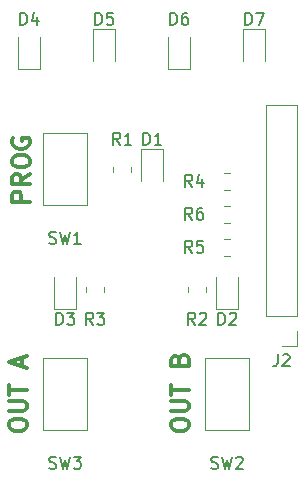
<source format=gbr>
%TF.GenerationSoftware,KiCad,Pcbnew,8.0.1*%
%TF.CreationDate,2024-05-01T13:03:36+02:00*%
%TF.ProjectId,top_led_btn_2MU_TOP,746f705f-6c65-4645-9f62-746e5f324d55,rev?*%
%TF.SameCoordinates,Original*%
%TF.FileFunction,Legend,Top*%
%TF.FilePolarity,Positive*%
%FSLAX46Y46*%
G04 Gerber Fmt 4.6, Leading zero omitted, Abs format (unit mm)*
G04 Created by KiCad (PCBNEW 8.0.1) date 2024-05-01 13:03:36*
%MOMM*%
%LPD*%
G01*
G04 APERTURE LIST*
%ADD10C,0.300000*%
%ADD11C,0.150000*%
%ADD12C,0.120000*%
G04 APERTURE END LIST*
D10*
X105210828Y-91647489D02*
X103710828Y-91647489D01*
X103710828Y-91647489D02*
X103710828Y-91076060D01*
X103710828Y-91076060D02*
X103782257Y-90933203D01*
X103782257Y-90933203D02*
X103853685Y-90861774D01*
X103853685Y-90861774D02*
X103996542Y-90790346D01*
X103996542Y-90790346D02*
X104210828Y-90790346D01*
X104210828Y-90790346D02*
X104353685Y-90861774D01*
X104353685Y-90861774D02*
X104425114Y-90933203D01*
X104425114Y-90933203D02*
X104496542Y-91076060D01*
X104496542Y-91076060D02*
X104496542Y-91647489D01*
X105210828Y-89290346D02*
X104496542Y-89790346D01*
X105210828Y-90147489D02*
X103710828Y-90147489D01*
X103710828Y-90147489D02*
X103710828Y-89576060D01*
X103710828Y-89576060D02*
X103782257Y-89433203D01*
X103782257Y-89433203D02*
X103853685Y-89361774D01*
X103853685Y-89361774D02*
X103996542Y-89290346D01*
X103996542Y-89290346D02*
X104210828Y-89290346D01*
X104210828Y-89290346D02*
X104353685Y-89361774D01*
X104353685Y-89361774D02*
X104425114Y-89433203D01*
X104425114Y-89433203D02*
X104496542Y-89576060D01*
X104496542Y-89576060D02*
X104496542Y-90147489D01*
X103710828Y-88361774D02*
X103710828Y-88076060D01*
X103710828Y-88076060D02*
X103782257Y-87933203D01*
X103782257Y-87933203D02*
X103925114Y-87790346D01*
X103925114Y-87790346D02*
X104210828Y-87718917D01*
X104210828Y-87718917D02*
X104710828Y-87718917D01*
X104710828Y-87718917D02*
X104996542Y-87790346D01*
X104996542Y-87790346D02*
X105139400Y-87933203D01*
X105139400Y-87933203D02*
X105210828Y-88076060D01*
X105210828Y-88076060D02*
X105210828Y-88361774D01*
X105210828Y-88361774D02*
X105139400Y-88504632D01*
X105139400Y-88504632D02*
X104996542Y-88647489D01*
X104996542Y-88647489D02*
X104710828Y-88718917D01*
X104710828Y-88718917D02*
X104210828Y-88718917D01*
X104210828Y-88718917D02*
X103925114Y-88647489D01*
X103925114Y-88647489D02*
X103782257Y-88504632D01*
X103782257Y-88504632D02*
X103710828Y-88361774D01*
X103782257Y-86290345D02*
X103710828Y-86433203D01*
X103710828Y-86433203D02*
X103710828Y-86647488D01*
X103710828Y-86647488D02*
X103782257Y-86861774D01*
X103782257Y-86861774D02*
X103925114Y-87004631D01*
X103925114Y-87004631D02*
X104067971Y-87076060D01*
X104067971Y-87076060D02*
X104353685Y-87147488D01*
X104353685Y-87147488D02*
X104567971Y-87147488D01*
X104567971Y-87147488D02*
X104853685Y-87076060D01*
X104853685Y-87076060D02*
X104996542Y-87004631D01*
X104996542Y-87004631D02*
X105139400Y-86861774D01*
X105139400Y-86861774D02*
X105210828Y-86647488D01*
X105210828Y-86647488D02*
X105210828Y-86504631D01*
X105210828Y-86504631D02*
X105139400Y-86290345D01*
X105139400Y-86290345D02*
X105067971Y-86218917D01*
X105067971Y-86218917D02*
X104567971Y-86218917D01*
X104567971Y-86218917D02*
X104567971Y-86504631D01*
X117172828Y-110665774D02*
X117172828Y-110380060D01*
X117172828Y-110380060D02*
X117244257Y-110237203D01*
X117244257Y-110237203D02*
X117387114Y-110094346D01*
X117387114Y-110094346D02*
X117672828Y-110022917D01*
X117672828Y-110022917D02*
X118172828Y-110022917D01*
X118172828Y-110022917D02*
X118458542Y-110094346D01*
X118458542Y-110094346D02*
X118601400Y-110237203D01*
X118601400Y-110237203D02*
X118672828Y-110380060D01*
X118672828Y-110380060D02*
X118672828Y-110665774D01*
X118672828Y-110665774D02*
X118601400Y-110808632D01*
X118601400Y-110808632D02*
X118458542Y-110951489D01*
X118458542Y-110951489D02*
X118172828Y-111022917D01*
X118172828Y-111022917D02*
X117672828Y-111022917D01*
X117672828Y-111022917D02*
X117387114Y-110951489D01*
X117387114Y-110951489D02*
X117244257Y-110808632D01*
X117244257Y-110808632D02*
X117172828Y-110665774D01*
X117172828Y-109380060D02*
X118387114Y-109380060D01*
X118387114Y-109380060D02*
X118529971Y-109308631D01*
X118529971Y-109308631D02*
X118601400Y-109237203D01*
X118601400Y-109237203D02*
X118672828Y-109094345D01*
X118672828Y-109094345D02*
X118672828Y-108808631D01*
X118672828Y-108808631D02*
X118601400Y-108665774D01*
X118601400Y-108665774D02*
X118529971Y-108594345D01*
X118529971Y-108594345D02*
X118387114Y-108522917D01*
X118387114Y-108522917D02*
X117172828Y-108522917D01*
X117172828Y-108022916D02*
X117172828Y-107165774D01*
X118672828Y-107594345D02*
X117172828Y-107594345D01*
X117887114Y-105022917D02*
X117958542Y-104808631D01*
X117958542Y-104808631D02*
X118029971Y-104737202D01*
X118029971Y-104737202D02*
X118172828Y-104665774D01*
X118172828Y-104665774D02*
X118387114Y-104665774D01*
X118387114Y-104665774D02*
X118529971Y-104737202D01*
X118529971Y-104737202D02*
X118601400Y-104808631D01*
X118601400Y-104808631D02*
X118672828Y-104951488D01*
X118672828Y-104951488D02*
X118672828Y-105522917D01*
X118672828Y-105522917D02*
X117172828Y-105522917D01*
X117172828Y-105522917D02*
X117172828Y-105022917D01*
X117172828Y-105022917D02*
X117244257Y-104880060D01*
X117244257Y-104880060D02*
X117315685Y-104808631D01*
X117315685Y-104808631D02*
X117458542Y-104737202D01*
X117458542Y-104737202D02*
X117601400Y-104737202D01*
X117601400Y-104737202D02*
X117744257Y-104808631D01*
X117744257Y-104808631D02*
X117815685Y-104880060D01*
X117815685Y-104880060D02*
X117887114Y-105022917D01*
X117887114Y-105022917D02*
X117887114Y-105522917D01*
X103456828Y-110665774D02*
X103456828Y-110380060D01*
X103456828Y-110380060D02*
X103528257Y-110237203D01*
X103528257Y-110237203D02*
X103671114Y-110094346D01*
X103671114Y-110094346D02*
X103956828Y-110022917D01*
X103956828Y-110022917D02*
X104456828Y-110022917D01*
X104456828Y-110022917D02*
X104742542Y-110094346D01*
X104742542Y-110094346D02*
X104885400Y-110237203D01*
X104885400Y-110237203D02*
X104956828Y-110380060D01*
X104956828Y-110380060D02*
X104956828Y-110665774D01*
X104956828Y-110665774D02*
X104885400Y-110808632D01*
X104885400Y-110808632D02*
X104742542Y-110951489D01*
X104742542Y-110951489D02*
X104456828Y-111022917D01*
X104456828Y-111022917D02*
X103956828Y-111022917D01*
X103956828Y-111022917D02*
X103671114Y-110951489D01*
X103671114Y-110951489D02*
X103528257Y-110808632D01*
X103528257Y-110808632D02*
X103456828Y-110665774D01*
X103456828Y-109380060D02*
X104671114Y-109380060D01*
X104671114Y-109380060D02*
X104813971Y-109308631D01*
X104813971Y-109308631D02*
X104885400Y-109237203D01*
X104885400Y-109237203D02*
X104956828Y-109094345D01*
X104956828Y-109094345D02*
X104956828Y-108808631D01*
X104956828Y-108808631D02*
X104885400Y-108665774D01*
X104885400Y-108665774D02*
X104813971Y-108594345D01*
X104813971Y-108594345D02*
X104671114Y-108522917D01*
X104671114Y-108522917D02*
X103456828Y-108522917D01*
X103456828Y-108022916D02*
X103456828Y-107165774D01*
X104956828Y-107594345D02*
X103456828Y-107594345D01*
X104528257Y-105594345D02*
X104528257Y-104880060D01*
X104956828Y-105737202D02*
X103456828Y-105237202D01*
X103456828Y-105237202D02*
X104956828Y-104737202D01*
D11*
X117117905Y-76654819D02*
X117117905Y-75654819D01*
X117117905Y-75654819D02*
X117356000Y-75654819D01*
X117356000Y-75654819D02*
X117498857Y-75702438D01*
X117498857Y-75702438D02*
X117594095Y-75797676D01*
X117594095Y-75797676D02*
X117641714Y-75892914D01*
X117641714Y-75892914D02*
X117689333Y-76083390D01*
X117689333Y-76083390D02*
X117689333Y-76226247D01*
X117689333Y-76226247D02*
X117641714Y-76416723D01*
X117641714Y-76416723D02*
X117594095Y-76511961D01*
X117594095Y-76511961D02*
X117498857Y-76607200D01*
X117498857Y-76607200D02*
X117356000Y-76654819D01*
X117356000Y-76654819D02*
X117117905Y-76654819D01*
X118546476Y-75654819D02*
X118356000Y-75654819D01*
X118356000Y-75654819D02*
X118260762Y-75702438D01*
X118260762Y-75702438D02*
X118213143Y-75750057D01*
X118213143Y-75750057D02*
X118117905Y-75892914D01*
X118117905Y-75892914D02*
X118070286Y-76083390D01*
X118070286Y-76083390D02*
X118070286Y-76464342D01*
X118070286Y-76464342D02*
X118117905Y-76559580D01*
X118117905Y-76559580D02*
X118165524Y-76607200D01*
X118165524Y-76607200D02*
X118260762Y-76654819D01*
X118260762Y-76654819D02*
X118451238Y-76654819D01*
X118451238Y-76654819D02*
X118546476Y-76607200D01*
X118546476Y-76607200D02*
X118594095Y-76559580D01*
X118594095Y-76559580D02*
X118641714Y-76464342D01*
X118641714Y-76464342D02*
X118641714Y-76226247D01*
X118641714Y-76226247D02*
X118594095Y-76131009D01*
X118594095Y-76131009D02*
X118546476Y-76083390D01*
X118546476Y-76083390D02*
X118451238Y-76035771D01*
X118451238Y-76035771D02*
X118260762Y-76035771D01*
X118260762Y-76035771D02*
X118165524Y-76083390D01*
X118165524Y-76083390D02*
X118117905Y-76131009D01*
X118117905Y-76131009D02*
X118070286Y-76226247D01*
X114831905Y-86814819D02*
X114831905Y-85814819D01*
X114831905Y-85814819D02*
X115070000Y-85814819D01*
X115070000Y-85814819D02*
X115212857Y-85862438D01*
X115212857Y-85862438D02*
X115308095Y-85957676D01*
X115308095Y-85957676D02*
X115355714Y-86052914D01*
X115355714Y-86052914D02*
X115403333Y-86243390D01*
X115403333Y-86243390D02*
X115403333Y-86386247D01*
X115403333Y-86386247D02*
X115355714Y-86576723D01*
X115355714Y-86576723D02*
X115308095Y-86671961D01*
X115308095Y-86671961D02*
X115212857Y-86767200D01*
X115212857Y-86767200D02*
X115070000Y-86814819D01*
X115070000Y-86814819D02*
X114831905Y-86814819D01*
X116355714Y-86814819D02*
X115784286Y-86814819D01*
X116070000Y-86814819D02*
X116070000Y-85814819D01*
X116070000Y-85814819D02*
X115974762Y-85957676D01*
X115974762Y-85957676D02*
X115879524Y-86052914D01*
X115879524Y-86052914D02*
X115784286Y-86100533D01*
X106870667Y-114199200D02*
X107013524Y-114246819D01*
X107013524Y-114246819D02*
X107251619Y-114246819D01*
X107251619Y-114246819D02*
X107346857Y-114199200D01*
X107346857Y-114199200D02*
X107394476Y-114151580D01*
X107394476Y-114151580D02*
X107442095Y-114056342D01*
X107442095Y-114056342D02*
X107442095Y-113961104D01*
X107442095Y-113961104D02*
X107394476Y-113865866D01*
X107394476Y-113865866D02*
X107346857Y-113818247D01*
X107346857Y-113818247D02*
X107251619Y-113770628D01*
X107251619Y-113770628D02*
X107061143Y-113723009D01*
X107061143Y-113723009D02*
X106965905Y-113675390D01*
X106965905Y-113675390D02*
X106918286Y-113627771D01*
X106918286Y-113627771D02*
X106870667Y-113532533D01*
X106870667Y-113532533D02*
X106870667Y-113437295D01*
X106870667Y-113437295D02*
X106918286Y-113342057D01*
X106918286Y-113342057D02*
X106965905Y-113294438D01*
X106965905Y-113294438D02*
X107061143Y-113246819D01*
X107061143Y-113246819D02*
X107299238Y-113246819D01*
X107299238Y-113246819D02*
X107442095Y-113294438D01*
X107775429Y-113246819D02*
X108013524Y-114246819D01*
X108013524Y-114246819D02*
X108204000Y-113532533D01*
X108204000Y-113532533D02*
X108394476Y-114246819D01*
X108394476Y-114246819D02*
X108632572Y-113246819D01*
X108918286Y-113246819D02*
X109537333Y-113246819D01*
X109537333Y-113246819D02*
X109204000Y-113627771D01*
X109204000Y-113627771D02*
X109346857Y-113627771D01*
X109346857Y-113627771D02*
X109442095Y-113675390D01*
X109442095Y-113675390D02*
X109489714Y-113723009D01*
X109489714Y-113723009D02*
X109537333Y-113818247D01*
X109537333Y-113818247D02*
X109537333Y-114056342D01*
X109537333Y-114056342D02*
X109489714Y-114151580D01*
X109489714Y-114151580D02*
X109442095Y-114199200D01*
X109442095Y-114199200D02*
X109346857Y-114246819D01*
X109346857Y-114246819D02*
X109061143Y-114246819D01*
X109061143Y-114246819D02*
X108965905Y-114199200D01*
X108965905Y-114199200D02*
X108918286Y-114151580D01*
X123467905Y-76654819D02*
X123467905Y-75654819D01*
X123467905Y-75654819D02*
X123706000Y-75654819D01*
X123706000Y-75654819D02*
X123848857Y-75702438D01*
X123848857Y-75702438D02*
X123944095Y-75797676D01*
X123944095Y-75797676D02*
X123991714Y-75892914D01*
X123991714Y-75892914D02*
X124039333Y-76083390D01*
X124039333Y-76083390D02*
X124039333Y-76226247D01*
X124039333Y-76226247D02*
X123991714Y-76416723D01*
X123991714Y-76416723D02*
X123944095Y-76511961D01*
X123944095Y-76511961D02*
X123848857Y-76607200D01*
X123848857Y-76607200D02*
X123706000Y-76654819D01*
X123706000Y-76654819D02*
X123467905Y-76654819D01*
X124372667Y-75654819D02*
X125039333Y-75654819D01*
X125039333Y-75654819D02*
X124610762Y-76654819D01*
X110577333Y-102054819D02*
X110244000Y-101578628D01*
X110005905Y-102054819D02*
X110005905Y-101054819D01*
X110005905Y-101054819D02*
X110386857Y-101054819D01*
X110386857Y-101054819D02*
X110482095Y-101102438D01*
X110482095Y-101102438D02*
X110529714Y-101150057D01*
X110529714Y-101150057D02*
X110577333Y-101245295D01*
X110577333Y-101245295D02*
X110577333Y-101388152D01*
X110577333Y-101388152D02*
X110529714Y-101483390D01*
X110529714Y-101483390D02*
X110482095Y-101531009D01*
X110482095Y-101531009D02*
X110386857Y-101578628D01*
X110386857Y-101578628D02*
X110005905Y-101578628D01*
X110910667Y-101054819D02*
X111529714Y-101054819D01*
X111529714Y-101054819D02*
X111196381Y-101435771D01*
X111196381Y-101435771D02*
X111339238Y-101435771D01*
X111339238Y-101435771D02*
X111434476Y-101483390D01*
X111434476Y-101483390D02*
X111482095Y-101531009D01*
X111482095Y-101531009D02*
X111529714Y-101626247D01*
X111529714Y-101626247D02*
X111529714Y-101864342D01*
X111529714Y-101864342D02*
X111482095Y-101959580D01*
X111482095Y-101959580D02*
X111434476Y-102007200D01*
X111434476Y-102007200D02*
X111339238Y-102054819D01*
X111339238Y-102054819D02*
X111053524Y-102054819D01*
X111053524Y-102054819D02*
X110958286Y-102007200D01*
X110958286Y-102007200D02*
X110910667Y-101959580D01*
X118959333Y-90370819D02*
X118626000Y-89894628D01*
X118387905Y-90370819D02*
X118387905Y-89370819D01*
X118387905Y-89370819D02*
X118768857Y-89370819D01*
X118768857Y-89370819D02*
X118864095Y-89418438D01*
X118864095Y-89418438D02*
X118911714Y-89466057D01*
X118911714Y-89466057D02*
X118959333Y-89561295D01*
X118959333Y-89561295D02*
X118959333Y-89704152D01*
X118959333Y-89704152D02*
X118911714Y-89799390D01*
X118911714Y-89799390D02*
X118864095Y-89847009D01*
X118864095Y-89847009D02*
X118768857Y-89894628D01*
X118768857Y-89894628D02*
X118387905Y-89894628D01*
X119816476Y-89704152D02*
X119816476Y-90370819D01*
X119578381Y-89323200D02*
X119340286Y-90037485D01*
X119340286Y-90037485D02*
X119959333Y-90037485D01*
X112863333Y-86814819D02*
X112530000Y-86338628D01*
X112291905Y-86814819D02*
X112291905Y-85814819D01*
X112291905Y-85814819D02*
X112672857Y-85814819D01*
X112672857Y-85814819D02*
X112768095Y-85862438D01*
X112768095Y-85862438D02*
X112815714Y-85910057D01*
X112815714Y-85910057D02*
X112863333Y-86005295D01*
X112863333Y-86005295D02*
X112863333Y-86148152D01*
X112863333Y-86148152D02*
X112815714Y-86243390D01*
X112815714Y-86243390D02*
X112768095Y-86291009D01*
X112768095Y-86291009D02*
X112672857Y-86338628D01*
X112672857Y-86338628D02*
X112291905Y-86338628D01*
X113815714Y-86814819D02*
X113244286Y-86814819D01*
X113530000Y-86814819D02*
X113530000Y-85814819D01*
X113530000Y-85814819D02*
X113434762Y-85957676D01*
X113434762Y-85957676D02*
X113339524Y-86052914D01*
X113339524Y-86052914D02*
X113244286Y-86100533D01*
X119213333Y-102054819D02*
X118880000Y-101578628D01*
X118641905Y-102054819D02*
X118641905Y-101054819D01*
X118641905Y-101054819D02*
X119022857Y-101054819D01*
X119022857Y-101054819D02*
X119118095Y-101102438D01*
X119118095Y-101102438D02*
X119165714Y-101150057D01*
X119165714Y-101150057D02*
X119213333Y-101245295D01*
X119213333Y-101245295D02*
X119213333Y-101388152D01*
X119213333Y-101388152D02*
X119165714Y-101483390D01*
X119165714Y-101483390D02*
X119118095Y-101531009D01*
X119118095Y-101531009D02*
X119022857Y-101578628D01*
X119022857Y-101578628D02*
X118641905Y-101578628D01*
X119594286Y-101150057D02*
X119641905Y-101102438D01*
X119641905Y-101102438D02*
X119737143Y-101054819D01*
X119737143Y-101054819D02*
X119975238Y-101054819D01*
X119975238Y-101054819D02*
X120070476Y-101102438D01*
X120070476Y-101102438D02*
X120118095Y-101150057D01*
X120118095Y-101150057D02*
X120165714Y-101245295D01*
X120165714Y-101245295D02*
X120165714Y-101340533D01*
X120165714Y-101340533D02*
X120118095Y-101483390D01*
X120118095Y-101483390D02*
X119546667Y-102054819D01*
X119546667Y-102054819D02*
X120165714Y-102054819D01*
X118959333Y-95958819D02*
X118626000Y-95482628D01*
X118387905Y-95958819D02*
X118387905Y-94958819D01*
X118387905Y-94958819D02*
X118768857Y-94958819D01*
X118768857Y-94958819D02*
X118864095Y-95006438D01*
X118864095Y-95006438D02*
X118911714Y-95054057D01*
X118911714Y-95054057D02*
X118959333Y-95149295D01*
X118959333Y-95149295D02*
X118959333Y-95292152D01*
X118959333Y-95292152D02*
X118911714Y-95387390D01*
X118911714Y-95387390D02*
X118864095Y-95435009D01*
X118864095Y-95435009D02*
X118768857Y-95482628D01*
X118768857Y-95482628D02*
X118387905Y-95482628D01*
X119864095Y-94958819D02*
X119387905Y-94958819D01*
X119387905Y-94958819D02*
X119340286Y-95435009D01*
X119340286Y-95435009D02*
X119387905Y-95387390D01*
X119387905Y-95387390D02*
X119483143Y-95339771D01*
X119483143Y-95339771D02*
X119721238Y-95339771D01*
X119721238Y-95339771D02*
X119816476Y-95387390D01*
X119816476Y-95387390D02*
X119864095Y-95435009D01*
X119864095Y-95435009D02*
X119911714Y-95530247D01*
X119911714Y-95530247D02*
X119911714Y-95768342D01*
X119911714Y-95768342D02*
X119864095Y-95863580D01*
X119864095Y-95863580D02*
X119816476Y-95911200D01*
X119816476Y-95911200D02*
X119721238Y-95958819D01*
X119721238Y-95958819D02*
X119483143Y-95958819D01*
X119483143Y-95958819D02*
X119387905Y-95911200D01*
X119387905Y-95911200D02*
X119340286Y-95863580D01*
X106870667Y-95149200D02*
X107013524Y-95196819D01*
X107013524Y-95196819D02*
X107251619Y-95196819D01*
X107251619Y-95196819D02*
X107346857Y-95149200D01*
X107346857Y-95149200D02*
X107394476Y-95101580D01*
X107394476Y-95101580D02*
X107442095Y-95006342D01*
X107442095Y-95006342D02*
X107442095Y-94911104D01*
X107442095Y-94911104D02*
X107394476Y-94815866D01*
X107394476Y-94815866D02*
X107346857Y-94768247D01*
X107346857Y-94768247D02*
X107251619Y-94720628D01*
X107251619Y-94720628D02*
X107061143Y-94673009D01*
X107061143Y-94673009D02*
X106965905Y-94625390D01*
X106965905Y-94625390D02*
X106918286Y-94577771D01*
X106918286Y-94577771D02*
X106870667Y-94482533D01*
X106870667Y-94482533D02*
X106870667Y-94387295D01*
X106870667Y-94387295D02*
X106918286Y-94292057D01*
X106918286Y-94292057D02*
X106965905Y-94244438D01*
X106965905Y-94244438D02*
X107061143Y-94196819D01*
X107061143Y-94196819D02*
X107299238Y-94196819D01*
X107299238Y-94196819D02*
X107442095Y-94244438D01*
X107775429Y-94196819D02*
X108013524Y-95196819D01*
X108013524Y-95196819D02*
X108204000Y-94482533D01*
X108204000Y-94482533D02*
X108394476Y-95196819D01*
X108394476Y-95196819D02*
X108632572Y-94196819D01*
X109537333Y-95196819D02*
X108965905Y-95196819D01*
X109251619Y-95196819D02*
X109251619Y-94196819D01*
X109251619Y-94196819D02*
X109156381Y-94339676D01*
X109156381Y-94339676D02*
X109061143Y-94434914D01*
X109061143Y-94434914D02*
X108965905Y-94482533D01*
X110767905Y-76654819D02*
X110767905Y-75654819D01*
X110767905Y-75654819D02*
X111006000Y-75654819D01*
X111006000Y-75654819D02*
X111148857Y-75702438D01*
X111148857Y-75702438D02*
X111244095Y-75797676D01*
X111244095Y-75797676D02*
X111291714Y-75892914D01*
X111291714Y-75892914D02*
X111339333Y-76083390D01*
X111339333Y-76083390D02*
X111339333Y-76226247D01*
X111339333Y-76226247D02*
X111291714Y-76416723D01*
X111291714Y-76416723D02*
X111244095Y-76511961D01*
X111244095Y-76511961D02*
X111148857Y-76607200D01*
X111148857Y-76607200D02*
X111006000Y-76654819D01*
X111006000Y-76654819D02*
X110767905Y-76654819D01*
X112244095Y-75654819D02*
X111767905Y-75654819D01*
X111767905Y-75654819D02*
X111720286Y-76131009D01*
X111720286Y-76131009D02*
X111767905Y-76083390D01*
X111767905Y-76083390D02*
X111863143Y-76035771D01*
X111863143Y-76035771D02*
X112101238Y-76035771D01*
X112101238Y-76035771D02*
X112196476Y-76083390D01*
X112196476Y-76083390D02*
X112244095Y-76131009D01*
X112244095Y-76131009D02*
X112291714Y-76226247D01*
X112291714Y-76226247D02*
X112291714Y-76464342D01*
X112291714Y-76464342D02*
X112244095Y-76559580D01*
X112244095Y-76559580D02*
X112196476Y-76607200D01*
X112196476Y-76607200D02*
X112101238Y-76654819D01*
X112101238Y-76654819D02*
X111863143Y-76654819D01*
X111863143Y-76654819D02*
X111767905Y-76607200D01*
X111767905Y-76607200D02*
X111720286Y-76559580D01*
X118959333Y-93164819D02*
X118626000Y-92688628D01*
X118387905Y-93164819D02*
X118387905Y-92164819D01*
X118387905Y-92164819D02*
X118768857Y-92164819D01*
X118768857Y-92164819D02*
X118864095Y-92212438D01*
X118864095Y-92212438D02*
X118911714Y-92260057D01*
X118911714Y-92260057D02*
X118959333Y-92355295D01*
X118959333Y-92355295D02*
X118959333Y-92498152D01*
X118959333Y-92498152D02*
X118911714Y-92593390D01*
X118911714Y-92593390D02*
X118864095Y-92641009D01*
X118864095Y-92641009D02*
X118768857Y-92688628D01*
X118768857Y-92688628D02*
X118387905Y-92688628D01*
X119816476Y-92164819D02*
X119626000Y-92164819D01*
X119626000Y-92164819D02*
X119530762Y-92212438D01*
X119530762Y-92212438D02*
X119483143Y-92260057D01*
X119483143Y-92260057D02*
X119387905Y-92402914D01*
X119387905Y-92402914D02*
X119340286Y-92593390D01*
X119340286Y-92593390D02*
X119340286Y-92974342D01*
X119340286Y-92974342D02*
X119387905Y-93069580D01*
X119387905Y-93069580D02*
X119435524Y-93117200D01*
X119435524Y-93117200D02*
X119530762Y-93164819D01*
X119530762Y-93164819D02*
X119721238Y-93164819D01*
X119721238Y-93164819D02*
X119816476Y-93117200D01*
X119816476Y-93117200D02*
X119864095Y-93069580D01*
X119864095Y-93069580D02*
X119911714Y-92974342D01*
X119911714Y-92974342D02*
X119911714Y-92736247D01*
X119911714Y-92736247D02*
X119864095Y-92641009D01*
X119864095Y-92641009D02*
X119816476Y-92593390D01*
X119816476Y-92593390D02*
X119721238Y-92545771D01*
X119721238Y-92545771D02*
X119530762Y-92545771D01*
X119530762Y-92545771D02*
X119435524Y-92593390D01*
X119435524Y-92593390D02*
X119387905Y-92641009D01*
X119387905Y-92641009D02*
X119340286Y-92736247D01*
X120586667Y-114199200D02*
X120729524Y-114246819D01*
X120729524Y-114246819D02*
X120967619Y-114246819D01*
X120967619Y-114246819D02*
X121062857Y-114199200D01*
X121062857Y-114199200D02*
X121110476Y-114151580D01*
X121110476Y-114151580D02*
X121158095Y-114056342D01*
X121158095Y-114056342D02*
X121158095Y-113961104D01*
X121158095Y-113961104D02*
X121110476Y-113865866D01*
X121110476Y-113865866D02*
X121062857Y-113818247D01*
X121062857Y-113818247D02*
X120967619Y-113770628D01*
X120967619Y-113770628D02*
X120777143Y-113723009D01*
X120777143Y-113723009D02*
X120681905Y-113675390D01*
X120681905Y-113675390D02*
X120634286Y-113627771D01*
X120634286Y-113627771D02*
X120586667Y-113532533D01*
X120586667Y-113532533D02*
X120586667Y-113437295D01*
X120586667Y-113437295D02*
X120634286Y-113342057D01*
X120634286Y-113342057D02*
X120681905Y-113294438D01*
X120681905Y-113294438D02*
X120777143Y-113246819D01*
X120777143Y-113246819D02*
X121015238Y-113246819D01*
X121015238Y-113246819D02*
X121158095Y-113294438D01*
X121491429Y-113246819D02*
X121729524Y-114246819D01*
X121729524Y-114246819D02*
X121920000Y-113532533D01*
X121920000Y-113532533D02*
X122110476Y-114246819D01*
X122110476Y-114246819D02*
X122348572Y-113246819D01*
X122681905Y-113342057D02*
X122729524Y-113294438D01*
X122729524Y-113294438D02*
X122824762Y-113246819D01*
X122824762Y-113246819D02*
X123062857Y-113246819D01*
X123062857Y-113246819D02*
X123158095Y-113294438D01*
X123158095Y-113294438D02*
X123205714Y-113342057D01*
X123205714Y-113342057D02*
X123253333Y-113437295D01*
X123253333Y-113437295D02*
X123253333Y-113532533D01*
X123253333Y-113532533D02*
X123205714Y-113675390D01*
X123205714Y-113675390D02*
X122634286Y-114246819D01*
X122634286Y-114246819D02*
X123253333Y-114246819D01*
X121181905Y-102054819D02*
X121181905Y-101054819D01*
X121181905Y-101054819D02*
X121420000Y-101054819D01*
X121420000Y-101054819D02*
X121562857Y-101102438D01*
X121562857Y-101102438D02*
X121658095Y-101197676D01*
X121658095Y-101197676D02*
X121705714Y-101292914D01*
X121705714Y-101292914D02*
X121753333Y-101483390D01*
X121753333Y-101483390D02*
X121753333Y-101626247D01*
X121753333Y-101626247D02*
X121705714Y-101816723D01*
X121705714Y-101816723D02*
X121658095Y-101911961D01*
X121658095Y-101911961D02*
X121562857Y-102007200D01*
X121562857Y-102007200D02*
X121420000Y-102054819D01*
X121420000Y-102054819D02*
X121181905Y-102054819D01*
X122134286Y-101150057D02*
X122181905Y-101102438D01*
X122181905Y-101102438D02*
X122277143Y-101054819D01*
X122277143Y-101054819D02*
X122515238Y-101054819D01*
X122515238Y-101054819D02*
X122610476Y-101102438D01*
X122610476Y-101102438D02*
X122658095Y-101150057D01*
X122658095Y-101150057D02*
X122705714Y-101245295D01*
X122705714Y-101245295D02*
X122705714Y-101340533D01*
X122705714Y-101340533D02*
X122658095Y-101483390D01*
X122658095Y-101483390D02*
X122086667Y-102054819D01*
X122086667Y-102054819D02*
X122705714Y-102054819D01*
X126209466Y-104569819D02*
X126209466Y-105284104D01*
X126209466Y-105284104D02*
X126161847Y-105426961D01*
X126161847Y-105426961D02*
X126066609Y-105522200D01*
X126066609Y-105522200D02*
X125923752Y-105569819D01*
X125923752Y-105569819D02*
X125828514Y-105569819D01*
X126638038Y-104665057D02*
X126685657Y-104617438D01*
X126685657Y-104617438D02*
X126780895Y-104569819D01*
X126780895Y-104569819D02*
X127018990Y-104569819D01*
X127018990Y-104569819D02*
X127114228Y-104617438D01*
X127114228Y-104617438D02*
X127161847Y-104665057D01*
X127161847Y-104665057D02*
X127209466Y-104760295D01*
X127209466Y-104760295D02*
X127209466Y-104855533D01*
X127209466Y-104855533D02*
X127161847Y-104998390D01*
X127161847Y-104998390D02*
X126590419Y-105569819D01*
X126590419Y-105569819D02*
X127209466Y-105569819D01*
X104417905Y-76654819D02*
X104417905Y-75654819D01*
X104417905Y-75654819D02*
X104656000Y-75654819D01*
X104656000Y-75654819D02*
X104798857Y-75702438D01*
X104798857Y-75702438D02*
X104894095Y-75797676D01*
X104894095Y-75797676D02*
X104941714Y-75892914D01*
X104941714Y-75892914D02*
X104989333Y-76083390D01*
X104989333Y-76083390D02*
X104989333Y-76226247D01*
X104989333Y-76226247D02*
X104941714Y-76416723D01*
X104941714Y-76416723D02*
X104894095Y-76511961D01*
X104894095Y-76511961D02*
X104798857Y-76607200D01*
X104798857Y-76607200D02*
X104656000Y-76654819D01*
X104656000Y-76654819D02*
X104417905Y-76654819D01*
X105846476Y-75988152D02*
X105846476Y-76654819D01*
X105608381Y-75607200D02*
X105370286Y-76321485D01*
X105370286Y-76321485D02*
X105989333Y-76321485D01*
X107465905Y-102054819D02*
X107465905Y-101054819D01*
X107465905Y-101054819D02*
X107704000Y-101054819D01*
X107704000Y-101054819D02*
X107846857Y-101102438D01*
X107846857Y-101102438D02*
X107942095Y-101197676D01*
X107942095Y-101197676D02*
X107989714Y-101292914D01*
X107989714Y-101292914D02*
X108037333Y-101483390D01*
X108037333Y-101483390D02*
X108037333Y-101626247D01*
X108037333Y-101626247D02*
X107989714Y-101816723D01*
X107989714Y-101816723D02*
X107942095Y-101911961D01*
X107942095Y-101911961D02*
X107846857Y-102007200D01*
X107846857Y-102007200D02*
X107704000Y-102054819D01*
X107704000Y-102054819D02*
X107465905Y-102054819D01*
X108370667Y-101054819D02*
X108989714Y-101054819D01*
X108989714Y-101054819D02*
X108656381Y-101435771D01*
X108656381Y-101435771D02*
X108799238Y-101435771D01*
X108799238Y-101435771D02*
X108894476Y-101483390D01*
X108894476Y-101483390D02*
X108942095Y-101531009D01*
X108942095Y-101531009D02*
X108989714Y-101626247D01*
X108989714Y-101626247D02*
X108989714Y-101864342D01*
X108989714Y-101864342D02*
X108942095Y-101959580D01*
X108942095Y-101959580D02*
X108894476Y-102007200D01*
X108894476Y-102007200D02*
X108799238Y-102054819D01*
X108799238Y-102054819D02*
X108513524Y-102054819D01*
X108513524Y-102054819D02*
X108418286Y-102007200D01*
X108418286Y-102007200D02*
X108370667Y-101959580D01*
D12*
%TO.C,D6*%
X116896000Y-77740000D02*
X116896000Y-80425000D01*
X116896000Y-80425000D02*
X118816000Y-80425000D01*
X118816000Y-80425000D02*
X118816000Y-77740000D01*
%TO.C,D1*%
X114610000Y-87215000D02*
X114610000Y-89900000D01*
X116530000Y-87215000D02*
X114610000Y-87215000D01*
X116530000Y-89900000D02*
X116530000Y-87215000D01*
%TO.C,SW3*%
X106354000Y-104890000D02*
X110054000Y-104890000D01*
X106354000Y-111010000D02*
X106354000Y-104890000D01*
X110054000Y-104890000D02*
X110054000Y-111010000D01*
X110054000Y-111010000D02*
X106354000Y-111010000D01*
%TO.C,D7*%
X123246000Y-77055000D02*
X123246000Y-79740000D01*
X125166000Y-77055000D02*
X123246000Y-77055000D01*
X125166000Y-79740000D02*
X125166000Y-77055000D01*
%TO.C,R3*%
X110009000Y-99287064D02*
X110009000Y-98832936D01*
X111479000Y-99287064D02*
X111479000Y-98832936D01*
%TO.C,R4*%
X121692936Y-89181000D02*
X122147064Y-89181000D01*
X121692936Y-90651000D02*
X122147064Y-90651000D01*
%TO.C,R1*%
X112295000Y-89127064D02*
X112295000Y-88672936D01*
X113765000Y-89127064D02*
X113765000Y-88672936D01*
%TO.C,R2*%
X118645000Y-99287064D02*
X118645000Y-98832936D01*
X120115000Y-99287064D02*
X120115000Y-98832936D01*
%TO.C,R5*%
X122147064Y-94769000D02*
X121692936Y-94769000D01*
X122147064Y-96239000D02*
X121692936Y-96239000D01*
%TO.C,SW1*%
X106354000Y-85840000D02*
X110054000Y-85840000D01*
X106354000Y-91960000D02*
X106354000Y-85840000D01*
X110054000Y-85840000D02*
X110054000Y-91960000D01*
X110054000Y-91960000D02*
X106354000Y-91960000D01*
%TO.C,D5*%
X110546000Y-77055000D02*
X110546000Y-79740000D01*
X112466000Y-77055000D02*
X110546000Y-77055000D01*
X112466000Y-79740000D02*
X112466000Y-77055000D01*
%TO.C,R6*%
X121692936Y-91975000D02*
X122147064Y-91975000D01*
X121692936Y-93445000D02*
X122147064Y-93445000D01*
%TO.C,SW2*%
X120070000Y-104890000D02*
X123770000Y-104890000D01*
X120070000Y-111010000D02*
X120070000Y-104890000D01*
X123770000Y-104890000D02*
X123770000Y-111010000D01*
X123770000Y-111010000D02*
X120070000Y-111010000D01*
%TO.C,D2*%
X120960000Y-98060000D02*
X120960000Y-100745000D01*
X120960000Y-100745000D02*
X122880000Y-100745000D01*
X122880000Y-100745000D02*
X122880000Y-98060000D01*
%TO.C,J2*%
X125212800Y-101290000D02*
X125212800Y-83450000D01*
X127872800Y-83450000D02*
X125212800Y-83450000D01*
X127872800Y-101290000D02*
X125212800Y-101290000D01*
X127872800Y-101290000D02*
X127872800Y-83450000D01*
X127872800Y-102560000D02*
X127872800Y-103890000D01*
X127872800Y-103890000D02*
X126542800Y-103890000D01*
%TO.C,D4*%
X104196000Y-77740000D02*
X104196000Y-80425000D01*
X104196000Y-80425000D02*
X106116000Y-80425000D01*
X106116000Y-80425000D02*
X106116000Y-77740000D01*
%TO.C,D3*%
X107244000Y-98060000D02*
X107244000Y-100745000D01*
X107244000Y-100745000D02*
X109164000Y-100745000D01*
X109164000Y-100745000D02*
X109164000Y-98060000D01*
%TD*%
M02*

</source>
